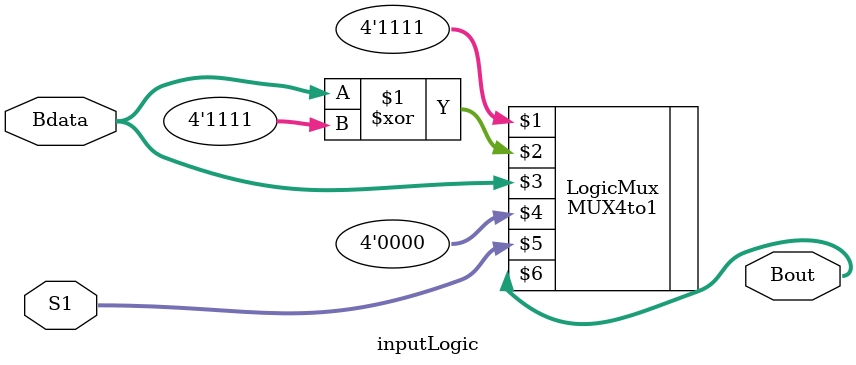
<source format=v>
module inputLogic(
    input [3:0] Bdata,
    input [1:0] S1,
    output [3:0] Bout
);

MUX4to1 LogicMux(4'b1111, {Bdata^4'b1111}, Bdata, 4'b0000, S1, Bout);

endmodule
</source>
